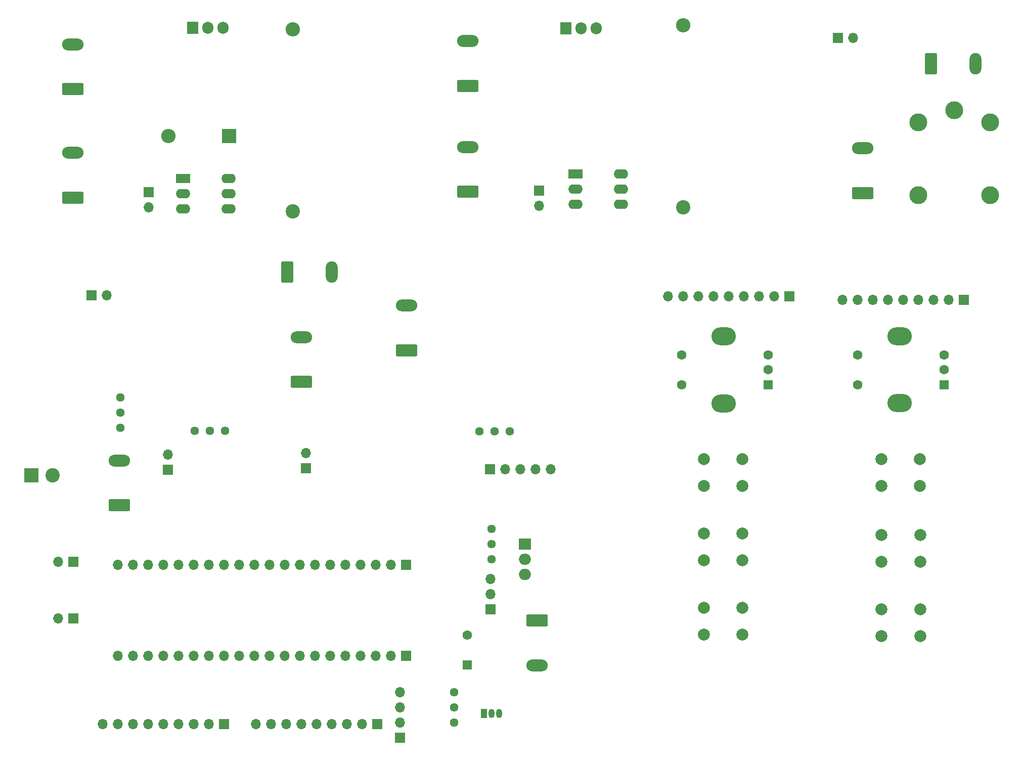
<source format=gbr>
%TF.GenerationSoftware,KiCad,Pcbnew,8.0.2*%
%TF.CreationDate,2025-04-12T12:52:08+03:00*%
%TF.ProjectId,Station,53746174-696f-46e2-9e6b-696361645f70,rev?*%
%TF.SameCoordinates,Original*%
%TF.FileFunction,Soldermask,Top*%
%TF.FilePolarity,Negative*%
%FSLAX46Y46*%
G04 Gerber Fmt 4.6, Leading zero omitted, Abs format (unit mm)*
G04 Created by KiCad (PCBNEW 8.0.2) date 2025-04-12 12:52:08*
%MOMM*%
%LPD*%
G01*
G04 APERTURE LIST*
G04 Aperture macros list*
%AMRoundRect*
0 Rectangle with rounded corners*
0 $1 Rounding radius*
0 $2 $3 $4 $5 $6 $7 $8 $9 X,Y pos of 4 corners*
0 Add a 4 corners polygon primitive as box body*
4,1,4,$2,$3,$4,$5,$6,$7,$8,$9,$2,$3,0*
0 Add four circle primitives for the rounded corners*
1,1,$1+$1,$2,$3*
1,1,$1+$1,$4,$5*
1,1,$1+$1,$6,$7*
1,1,$1+$1,$8,$9*
0 Add four rect primitives between the rounded corners*
20,1,$1+$1,$2,$3,$4,$5,0*
20,1,$1+$1,$4,$5,$6,$7,0*
20,1,$1+$1,$6,$7,$8,$9,0*
20,1,$1+$1,$8,$9,$2,$3,0*%
G04 Aperture macros list end*
%ADD10C,1.440000*%
%ADD11R,1.700000X1.700000*%
%ADD12O,1.700000X1.700000*%
%ADD13R,1.050000X1.500000*%
%ADD14O,1.050000X1.500000*%
%ADD15R,2.400000X2.400000*%
%ADD16C,2.400000*%
%ADD17RoundRect,0.250000X-1.550000X0.750000X-1.550000X-0.750000X1.550000X-0.750000X1.550000X0.750000X0*%
%ADD18O,3.600000X2.000000*%
%ADD19R,2.000000X1.905000*%
%ADD20O,2.000000X1.905000*%
%ADD21RoundRect,0.250000X-0.750000X-1.550000X0.750000X-1.550000X0.750000X1.550000X-0.750000X1.550000X0*%
%ADD22O,2.000000X3.600000*%
%ADD23C,2.000000*%
%ADD24R,1.905000X2.000000*%
%ADD25O,1.905000X2.000000*%
%ADD26RoundRect,0.250000X0.550000X0.550000X-0.550000X0.550000X-0.550000X-0.550000X0.550000X-0.550000X0*%
%ADD27C,1.600000*%
%ADD28O,4.100000X3.000000*%
%ADD29R,2.400000X1.600000*%
%ADD30O,2.400000X1.600000*%
%ADD31O,2.400000X2.400000*%
%ADD32RoundRect,0.250000X1.550000X-0.750000X1.550000X0.750000X-1.550000X0.750000X-1.550000X-0.750000X0*%
%ADD33R,1.600000X1.600000*%
%ADD34C,3.000000*%
G04 APERTURE END LIST*
D10*
%TO.C,RV6*%
X106934000Y-111007750D03*
X106934000Y-108467750D03*
X106934000Y-105927750D03*
%TD*%
D11*
%TO.C,J15*%
X62201100Y-138591750D03*
D12*
X59661100Y-138591750D03*
X57121100Y-138591750D03*
X54581100Y-138591750D03*
X52041100Y-138591750D03*
X49501100Y-138591750D03*
X46961100Y-138591750D03*
X44421100Y-138591750D03*
X41881100Y-138591750D03*
%TD*%
D13*
%TO.C,U1*%
X105664000Y-136779000D03*
D14*
X106934000Y-136779000D03*
X108204000Y-136779000D03*
%TD*%
D15*
%TO.C,J16*%
X29943100Y-96935750D03*
D16*
X33443100Y-96935750D03*
%TD*%
D11*
%TO.C,J25*%
X164942000Y-23689000D03*
D12*
X167482000Y-23689000D03*
%TD*%
D17*
%TO.C,J22*%
X114554000Y-121239000D03*
D18*
X114554000Y-128739000D03*
%TD*%
D19*
%TO.C,Q10*%
X112522000Y-108479000D03*
D20*
X112522000Y-111019000D03*
X112522000Y-113559000D03*
%TD*%
D21*
%TO.C,J26*%
X180496000Y-27967500D03*
D22*
X187996000Y-27967500D03*
%TD*%
D23*
%TO.C,SW7*%
X178712000Y-98734000D03*
X172212000Y-98734000D03*
X178712000Y-94234000D03*
X172212000Y-94234000D03*
%TD*%
D11*
%TO.C,J8*%
X52776600Y-95965250D03*
D12*
X52776600Y-93425250D03*
%TD*%
D10*
%TO.C,RV1*%
X62326600Y-89508250D03*
X59786600Y-89508250D03*
X57246600Y-89508250D03*
%TD*%
D11*
%TO.C,J6*%
X36927350Y-120904000D03*
D12*
X34387350Y-120904000D03*
%TD*%
D24*
%TO.C,Q5*%
X56888500Y-21963500D03*
D25*
X59428500Y-21963500D03*
X61968500Y-21963500D03*
%TD*%
D11*
%TO.C,U8*%
X92681100Y-111921750D03*
D12*
X90141100Y-111921750D03*
X87601100Y-111921750D03*
X85061100Y-111921750D03*
X82521100Y-111921750D03*
X79981100Y-111921750D03*
X77441100Y-111921750D03*
X74901100Y-111921750D03*
X72361100Y-111921750D03*
X69821100Y-111921750D03*
X67281100Y-111921750D03*
X64741100Y-111921750D03*
X62201100Y-111921750D03*
X59661100Y-111921750D03*
X57121100Y-111921750D03*
X54581100Y-111921750D03*
X52041100Y-111921750D03*
X49501100Y-111921750D03*
X46961100Y-111921750D03*
X44421100Y-111921750D03*
X44421100Y-127161750D03*
X46961100Y-127161750D03*
X49501100Y-127161750D03*
X52041100Y-127161750D03*
X54581100Y-127161750D03*
X57121100Y-127161750D03*
X59661100Y-127161750D03*
X62201100Y-127161750D03*
X64741100Y-127161750D03*
X67281100Y-127161750D03*
X69821100Y-127161750D03*
X72361100Y-127161750D03*
X74901100Y-127161750D03*
X77441100Y-127161750D03*
X79981100Y-127161750D03*
X82521100Y-127161750D03*
X85061100Y-127161750D03*
X87601100Y-127161750D03*
X90141100Y-127161750D03*
D11*
X92681100Y-127161750D03*
%TD*%
D26*
%TO.C,SW1*%
X182764000Y-81752000D03*
D27*
X182764000Y-76752000D03*
X182764000Y-79252000D03*
X168264000Y-81752000D03*
X168264000Y-76752000D03*
D28*
X175264000Y-84852000D03*
X175264000Y-73652000D03*
%TD*%
D29*
%TO.C,U6*%
X121031250Y-46482000D03*
D30*
X121031250Y-49022000D03*
X121031250Y-51562000D03*
X128651250Y-51562000D03*
X128651250Y-49022000D03*
X128651250Y-46482000D03*
%TD*%
D15*
%TO.C,D7*%
X62984500Y-40124500D03*
D31*
X52824500Y-40124500D03*
%TD*%
D23*
%TO.C,SW5*%
X148994000Y-98734000D03*
X142494000Y-98734000D03*
X148994000Y-94234000D03*
X142494000Y-94234000D03*
%TD*%
D32*
%TO.C,J11*%
X102957750Y-31735000D03*
D18*
X102957750Y-24235000D03*
%TD*%
D11*
%TO.C,J13*%
X87855100Y-138591750D03*
D12*
X85315100Y-138591750D03*
X82775100Y-138591750D03*
X80235100Y-138591750D03*
X77695100Y-138591750D03*
X75155100Y-138591750D03*
X72615100Y-138591750D03*
X70075100Y-138591750D03*
X67535100Y-138591750D03*
%TD*%
D10*
%TO.C,RV4*%
X100659000Y-138309000D03*
X100659000Y-135769000D03*
X100659000Y-133229000D03*
%TD*%
D23*
%TO.C,SW8*%
X148994000Y-123590000D03*
X142494000Y-123590000D03*
X148994000Y-119090000D03*
X142494000Y-119090000D03*
%TD*%
D32*
%TO.C,J10*%
X102997250Y-49455000D03*
D18*
X102997250Y-41955000D03*
%TD*%
D33*
%TO.C,C8*%
X102870000Y-128672000D03*
D27*
X102870000Y-123672000D03*
%TD*%
D32*
%TO.C,J4*%
X36822500Y-50418500D03*
D18*
X36822500Y-42918500D03*
%TD*%
D23*
%TO.C,SW6*%
X148994000Y-111180000D03*
X142494000Y-111180000D03*
X148994000Y-106680000D03*
X142494000Y-106680000D03*
%TD*%
D34*
%TO.C,K1*%
X184404000Y-35786000D03*
X190404000Y-49986000D03*
X178404000Y-49986000D03*
X178404000Y-37786000D03*
X190404000Y-37786000D03*
%TD*%
D29*
%TO.C,U3*%
X55349500Y-47251500D03*
D30*
X55349500Y-49791500D03*
X55349500Y-52331500D03*
X62969500Y-52331500D03*
X62969500Y-49791500D03*
X62969500Y-47251500D03*
%TD*%
D32*
%TO.C,J17*%
X44635600Y-101955750D03*
D18*
X44635600Y-94455750D03*
%TD*%
D11*
%TO.C,J9*%
X114960250Y-49261000D03*
D12*
X114960250Y-51801000D03*
%TD*%
D11*
%TO.C,J21*%
X106709600Y-95876750D03*
D12*
X109249600Y-95876750D03*
X111789600Y-95876750D03*
X114329600Y-95876750D03*
X116869600Y-95876750D03*
%TD*%
D16*
%TO.C,R34*%
X73652500Y-52702500D03*
D31*
X73652500Y-22222500D03*
%TD*%
D23*
%TO.C,SW3*%
X178750000Y-111398000D03*
X172250000Y-111398000D03*
X178750000Y-106898000D03*
X172250000Y-106898000D03*
%TD*%
D26*
%TO.C,SW4*%
X153300000Y-81765000D03*
D27*
X153300000Y-76765000D03*
X153300000Y-79265000D03*
X138800000Y-81765000D03*
X138800000Y-76765000D03*
D28*
X145800000Y-84865000D03*
X145800000Y-73665000D03*
%TD*%
D32*
%TO.C,J19*%
X92700100Y-76004750D03*
D18*
X92700100Y-68504750D03*
%TD*%
D11*
%TO.C,J23*%
X39975350Y-66807000D03*
D12*
X42515350Y-66807000D03*
%TD*%
D21*
%TO.C,J18*%
X72733600Y-62888500D03*
D22*
X80233600Y-62888500D03*
%TD*%
D23*
%TO.C,SW2*%
X178750000Y-123880000D03*
X172250000Y-123880000D03*
X178750000Y-119380000D03*
X172250000Y-119380000D03*
%TD*%
D11*
%TO.C,J40*%
X106808100Y-119374750D03*
D12*
X106808100Y-116834750D03*
X106808100Y-114294750D03*
%TD*%
D32*
%TO.C,J20*%
X75086600Y-81278750D03*
D18*
X75086600Y-73778750D03*
%TD*%
D11*
%TO.C,J1*%
X75848600Y-95754750D03*
D12*
X75848600Y-93214750D03*
%TD*%
D32*
%TO.C,J5*%
X36822500Y-32257500D03*
D18*
X36822500Y-24757500D03*
%TD*%
D10*
%TO.C,RV5*%
X44800600Y-83920250D03*
X44800600Y-86460250D03*
X44800600Y-89000250D03*
%TD*%
D24*
%TO.C,Q7*%
X119425250Y-22083000D03*
D25*
X121965250Y-22083000D03*
X124505250Y-22083000D03*
%TD*%
D11*
%TO.C,J24*%
X36927350Y-111413750D03*
D12*
X34387350Y-111413750D03*
%TD*%
D32*
%TO.C,J12*%
X169093500Y-49664000D03*
D18*
X169093500Y-42164000D03*
%TD*%
D16*
%TO.C,R45*%
X139065250Y-52060000D03*
D31*
X139065250Y-21580000D03*
%TD*%
D11*
%TO.C,J2*%
X91665100Y-140877750D03*
D12*
X91665100Y-138337750D03*
X91665100Y-135797750D03*
X91665100Y-133257750D03*
%TD*%
D11*
%TO.C,J7*%
X49547500Y-49542500D03*
D12*
X49547500Y-52082500D03*
%TD*%
D10*
%TO.C,RV2*%
X110011600Y-89526750D03*
X107471600Y-89526750D03*
X104931600Y-89526750D03*
%TD*%
D11*
%TO.C,J3*%
X186080000Y-67543000D03*
D12*
X183540000Y-67543000D03*
X181000000Y-67543000D03*
X178460000Y-67543000D03*
X175920000Y-67543000D03*
X173380000Y-67543000D03*
X170840000Y-67543000D03*
X168300000Y-67543000D03*
X165760000Y-67543000D03*
%TD*%
D11*
%TO.C,J14*%
X156839000Y-66933000D03*
D12*
X154299000Y-66933000D03*
X151759000Y-66933000D03*
X149219000Y-66933000D03*
X146679000Y-66933000D03*
X144139000Y-66933000D03*
X141599000Y-66933000D03*
X139059000Y-66933000D03*
X136519000Y-66933000D03*
%TD*%
M02*

</source>
